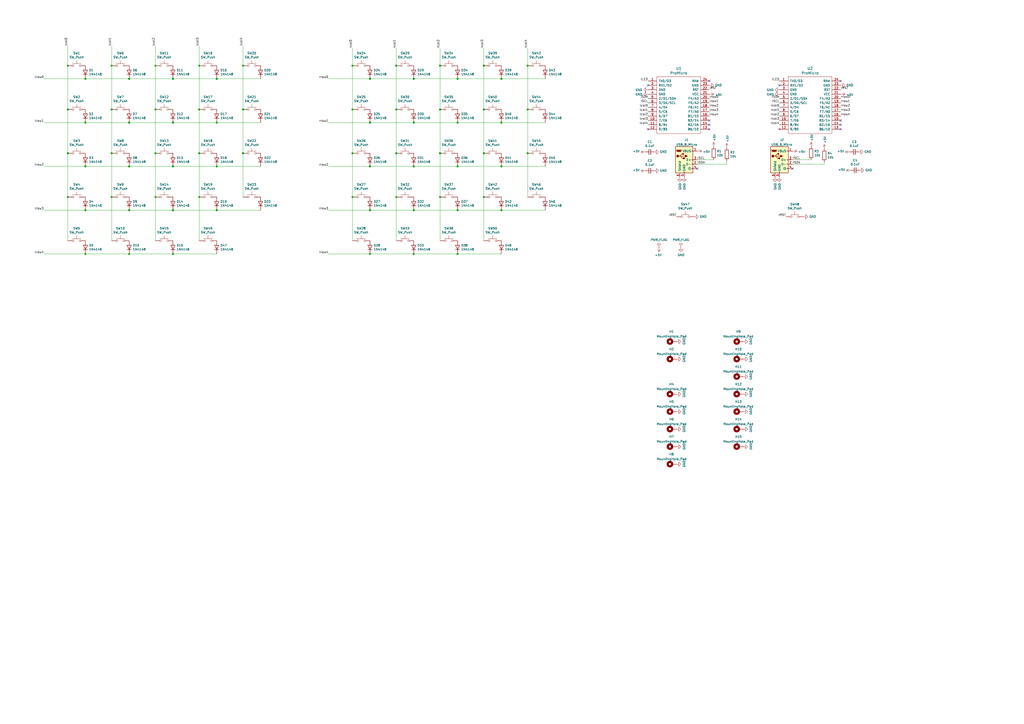
<source format=kicad_sch>
(kicad_sch (version 20210621) (generator eeschema)
  (paper "A2")
  (junction (at 39.37 38.1))
  (junction (at 39.37 63.5) (diameter 1.016))
  (junction (at 39.37 88.9) (diameter 1.016))
  (junction (at 39.37 114.3))
  (junction (at 49.53 45.72) (diameter 1.016))
  (junction (at 49.53 71.12) (diameter 1.016))
  (junction (at 49.53 96.52) (diameter 1.016))
  (junction (at 49.53 121.92) (diameter 1.016))
  (junction (at 49.53 147.32))
  (junction (at 64.77 38.1))
  (junction (at 64.77 63.5) (diameter 1.016))
  (junction (at 64.77 88.9) (diameter 1.016))
  (junction (at 64.77 114.3))
  (junction (at 74.93 45.72) (diameter 1.016))
  (junction (at 74.93 71.12) (diameter 1.016))
  (junction (at 74.93 96.52) (diameter 1.016))
  (junction (at 74.93 121.92) (diameter 1.016))
  (junction (at 74.93 147.32))
  (junction (at 90.17 38.1))
  (junction (at 90.17 63.5) (diameter 1.016))
  (junction (at 90.17 88.9) (diameter 1.016))
  (junction (at 90.17 114.3))
  (junction (at 100.33 45.72) (diameter 1.016))
  (junction (at 100.33 71.12) (diameter 1.016))
  (junction (at 100.33 96.52) (diameter 1.016))
  (junction (at 100.33 121.92) (diameter 1.016))
  (junction (at 100.33 147.32))
  (junction (at 115.57 38.1))
  (junction (at 115.57 63.5) (diameter 1.016))
  (junction (at 115.57 88.9) (diameter 1.016))
  (junction (at 115.57 114.3))
  (junction (at 125.73 45.72) (diameter 1.016))
  (junction (at 125.73 71.12) (diameter 1.016))
  (junction (at 125.73 96.52) (diameter 1.016))
  (junction (at 125.73 121.92) (diameter 1.016))
  (junction (at 140.97 38.1))
  (junction (at 140.97 63.5) (diameter 1.016))
  (junction (at 140.97 88.9) (diameter 1.016))
  (junction (at 204.47 38.1) (diameter 1.016))
  (junction (at 204.47 63.5) (diameter 1.016))
  (junction (at 204.47 88.9) (diameter 1.016))
  (junction (at 204.47 114.3))
  (junction (at 214.63 45.72) (diameter 1.016))
  (junction (at 214.63 71.12) (diameter 1.016))
  (junction (at 214.63 96.52) (diameter 1.016))
  (junction (at 214.63 121.92) (diameter 1.016))
  (junction (at 214.63 147.32))
  (junction (at 229.87 38.1) (diameter 1.016))
  (junction (at 229.87 63.5) (diameter 1.016))
  (junction (at 229.87 88.9) (diameter 1.016))
  (junction (at 229.87 114.3))
  (junction (at 240.03 45.72) (diameter 1.016))
  (junction (at 240.03 71.12) (diameter 1.016))
  (junction (at 240.03 96.52) (diameter 1.016))
  (junction (at 240.03 121.92) (diameter 1.016))
  (junction (at 240.03 147.32))
  (junction (at 255.27 38.1) (diameter 1.016))
  (junction (at 255.27 63.5) (diameter 1.016))
  (junction (at 255.27 88.9) (diameter 1.016))
  (junction (at 255.27 114.3))
  (junction (at 265.43 45.72) (diameter 1.016))
  (junction (at 265.43 71.12) (diameter 1.016))
  (junction (at 265.43 96.52) (diameter 1.016))
  (junction (at 265.43 121.92) (diameter 1.016))
  (junction (at 265.43 147.32))
  (junction (at 280.67 38.1) (diameter 1.016))
  (junction (at 280.67 63.5) (diameter 1.016))
  (junction (at 280.67 88.9) (diameter 1.016))
  (junction (at 280.67 114.3))
  (junction (at 290.83 45.72) (diameter 1.016))
  (junction (at 290.83 71.12) (diameter 1.016))
  (junction (at 290.83 96.52) (diameter 1.016))
  (junction (at 290.83 121.92) (diameter 1.016))
  (junction (at 306.07 38.1) (diameter 1.016))
  (junction (at 306.07 63.5) (diameter 1.016))
  (junction (at 306.07 88.9) (diameter 1.016))
  (no_connect (at 375.92 49.53))
  (no_connect (at 375.92 74.93))
  (no_connect (at 404.495 97.79))
  (no_connect (at 411.48 46.99))
  (no_connect (at 411.48 69.85))
  (no_connect (at 411.48 72.39))
  (no_connect (at 411.48 74.93))
  (no_connect (at 452.12 49.53))
  (no_connect (at 452.12 74.93))
  (no_connect (at 459.74 97.79))
  (no_connect (at 487.68 46.99))
  (no_connect (at 487.68 69.85))
  (no_connect (at 487.68 72.39))
  (no_connect (at 487.68 74.93))
  (wire (pts (xy 25.4 147.32) (xy 49.53 147.32)))
  (wire (pts (xy 39.37 26.67) (xy 39.37 38.1)))
  (wire (pts (xy 39.37 38.1) (xy 39.37 63.5)))
  (wire (pts (xy 39.37 63.5) (xy 39.37 88.9)))
  (wire (pts (xy 39.37 88.9) (xy 39.37 114.3)))
  (wire (pts (xy 39.37 114.3) (xy 39.37 139.7)))
  (wire (pts (xy 49.53 45.72) (xy 25.4 45.72)))
  (wire (pts (xy 49.53 45.72) (xy 74.93 45.72)))
  (wire (pts (xy 49.53 71.12) (xy 25.4 71.12)))
  (wire (pts (xy 49.53 71.12) (xy 74.93 71.12)))
  (wire (pts (xy 49.53 96.52) (xy 25.4 96.52)))
  (wire (pts (xy 49.53 96.52) (xy 74.93 96.52)))
  (wire (pts (xy 49.53 121.92) (xy 25.4 121.92)))
  (wire (pts (xy 49.53 121.92) (xy 74.93 121.92)))
  (wire (pts (xy 49.53 147.32) (xy 74.93 147.32)))
  (wire (pts (xy 64.77 26.67) (xy 64.77 38.1)))
  (wire (pts (xy 64.77 38.1) (xy 64.77 63.5)))
  (wire (pts (xy 64.77 63.5) (xy 64.77 88.9)))
  (wire (pts (xy 64.77 88.9) (xy 64.77 114.3)))
  (wire (pts (xy 64.77 114.3) (xy 64.77 139.7)))
  (wire (pts (xy 74.93 45.72) (xy 100.33 45.72)))
  (wire (pts (xy 74.93 71.12) (xy 100.33 71.12)))
  (wire (pts (xy 74.93 96.52) (xy 100.33 96.52)))
  (wire (pts (xy 74.93 121.92) (xy 100.33 121.92)))
  (wire (pts (xy 74.93 147.32) (xy 100.33 147.32)))
  (wire (pts (xy 90.17 26.67) (xy 90.17 38.1)))
  (wire (pts (xy 90.17 38.1) (xy 90.17 63.5)))
  (wire (pts (xy 90.17 63.5) (xy 90.17 88.9)))
  (wire (pts (xy 90.17 88.9) (xy 90.17 114.3)))
  (wire (pts (xy 90.17 114.3) (xy 90.17 139.7)))
  (wire (pts (xy 100.33 45.72) (xy 125.73 45.72)))
  (wire (pts (xy 100.33 71.12) (xy 125.73 71.12)))
  (wire (pts (xy 100.33 96.52) (xy 125.73 96.52)))
  (wire (pts (xy 100.33 121.92) (xy 125.73 121.92)))
  (wire (pts (xy 100.33 147.32) (xy 125.73 147.32)))
  (wire (pts (xy 115.57 26.67) (xy 115.57 38.1)))
  (wire (pts (xy 115.57 38.1) (xy 115.57 63.5)))
  (wire (pts (xy 115.57 63.5) (xy 115.57 88.9)))
  (wire (pts (xy 115.57 88.9) (xy 115.57 114.3)))
  (wire (pts (xy 115.57 114.3) (xy 115.57 139.7)))
  (wire (pts (xy 125.73 45.72) (xy 151.13 45.72)))
  (wire (pts (xy 125.73 71.12) (xy 151.13 71.12)))
  (wire (pts (xy 125.73 96.52) (xy 151.13 96.52)))
  (wire (pts (xy 125.73 121.92) (xy 151.13 121.92)))
  (wire (pts (xy 140.97 26.67) (xy 140.97 38.1)))
  (wire (pts (xy 140.97 38.1) (xy 140.97 63.5)))
  (wire (pts (xy 140.97 63.5) (xy 140.97 88.9)))
  (wire (pts (xy 140.97 88.9) (xy 140.97 114.3)))
  (wire (pts (xy 190.5 147.32) (xy 214.63 147.32)))
  (wire (pts (xy 204.47 27.94) (xy 204.47 38.1)))
  (wire (pts (xy 204.47 38.1) (xy 204.47 63.5)))
  (wire (pts (xy 204.47 63.5) (xy 204.47 88.9)))
  (wire (pts (xy 204.47 88.9) (xy 204.47 114.3)))
  (wire (pts (xy 204.47 114.3) (xy 204.47 139.7)))
  (wire (pts (xy 214.63 45.72) (xy 190.5 45.72)))
  (wire (pts (xy 214.63 45.72) (xy 240.03 45.72)))
  (wire (pts (xy 214.63 71.12) (xy 190.5 71.12)))
  (wire (pts (xy 214.63 71.12) (xy 240.03 71.12)))
  (wire (pts (xy 214.63 96.52) (xy 190.5 96.52)))
  (wire (pts (xy 214.63 96.52) (xy 240.03 96.52)))
  (wire (pts (xy 214.63 121.92) (xy 190.5 121.92)))
  (wire (pts (xy 214.63 121.92) (xy 240.03 121.92)))
  (wire (pts (xy 214.63 147.32) (xy 240.03 147.32)))
  (wire (pts (xy 229.87 27.94) (xy 229.87 38.1)))
  (wire (pts (xy 229.87 38.1) (xy 229.87 63.5)))
  (wire (pts (xy 229.87 63.5) (xy 229.87 88.9)))
  (wire (pts (xy 229.87 88.9) (xy 229.87 114.3)))
  (wire (pts (xy 229.87 114.3) (xy 229.87 139.7)))
  (wire (pts (xy 240.03 45.72) (xy 265.43 45.72)))
  (wire (pts (xy 240.03 71.12) (xy 265.43 71.12)))
  (wire (pts (xy 240.03 96.52) (xy 265.43 96.52)))
  (wire (pts (xy 240.03 121.92) (xy 265.43 121.92)))
  (wire (pts (xy 240.03 147.32) (xy 265.43 147.32)))
  (wire (pts (xy 255.27 27.94) (xy 255.27 38.1)))
  (wire (pts (xy 255.27 38.1) (xy 255.27 63.5)))
  (wire (pts (xy 255.27 63.5) (xy 255.27 88.9)))
  (wire (pts (xy 255.27 88.9) (xy 255.27 114.3)))
  (wire (pts (xy 255.27 114.3) (xy 255.27 139.7)))
  (wire (pts (xy 265.43 45.72) (xy 290.83 45.72)))
  (wire (pts (xy 265.43 71.12) (xy 290.83 71.12)))
  (wire (pts (xy 265.43 96.52) (xy 290.83 96.52)))
  (wire (pts (xy 265.43 121.92) (xy 290.83 121.92)))
  (wire (pts (xy 265.43 147.32) (xy 290.83 147.32)))
  (wire (pts (xy 280.67 27.94) (xy 280.67 38.1)))
  (wire (pts (xy 280.67 38.1) (xy 280.67 63.5)))
  (wire (pts (xy 280.67 63.5) (xy 280.67 88.9)))
  (wire (pts (xy 280.67 88.9) (xy 280.67 114.3)))
  (wire (pts (xy 280.67 114.3) (xy 280.67 139.7)))
  (wire (pts (xy 290.83 45.72) (xy 316.23 45.72)))
  (wire (pts (xy 290.83 71.12) (xy 316.23 71.12)))
  (wire (pts (xy 290.83 96.52) (xy 316.23 96.52)))
  (wire (pts (xy 290.83 121.92) (xy 316.23 121.92)))
  (wire (pts (xy 306.07 27.94) (xy 306.07 38.1)))
  (wire (pts (xy 306.07 38.1) (xy 306.07 63.5)))
  (wire (pts (xy 306.07 63.5) (xy 306.07 88.9)))
  (wire (pts (xy 306.07 88.9) (xy 306.07 114.3)))
  (wire (pts (xy 404.495 92.71) (xy 414.02 92.71)))
  (wire (pts (xy 404.495 95.25) (xy 421.64 95.25)))
  (wire (pts (xy 421.64 95.25) (xy 421.64 93.345)))
  (wire (pts (xy 459.74 92.71) (xy 470.535 92.71)))
  (wire (pts (xy 459.74 95.25) (xy 478.155 95.25)))
  (wire (pts (xy 478.155 95.25) (xy 478.155 93.98)))
  (label "lrow0" (at 25.4 45.72 180))
  (label "lrow1" (at 25.4 71.12 180))
  (label "lrow2" (at 25.4 96.52 180))
  (label "lrow3" (at 25.4 121.92 180))
  (label "lrow4" (at 25.4 147.32 180))
  (label "lcol0" (at 39.37 26.67 90))
  (label "lcol1" (at 64.77 26.67 90))
  (label "lcol2" (at 90.17 26.67 90))
  (label "lcol3" (at 115.57 26.67 90))
  (label "lcol4" (at 140.97 26.67 90))
  (label "rrow0" (at 190.5 45.72 180))
  (label "rrow1" (at 190.5 71.12 180))
  (label "rrow2" (at 190.5 96.52 180))
  (label "rrow3" (at 190.5 121.92 180))
  (label "rrow4" (at 190.5 147.32 180))
  (label "rcol0" (at 204.47 27.94 90))
  (label "rcol1" (at 229.87 27.94 90))
  (label "rcol2" (at 255.27 27.94 90))
  (label "rcol3" (at 280.67 27.94 90))
  (label "rcol4" (at 306.07 27.94 90))
  (label "lLED" (at 375.92 46.99 180))
  (label "lSDA" (at 375.92 57.15 180))
  (label "lSCL" (at 375.92 59.69 180))
  (label "lcol0" (at 375.92 62.23 180))
  (label "lcol1" (at 375.92 64.77 180))
  (label "lcol2" (at 375.92 67.31 180))
  (label "lcol3" (at 375.92 69.85 180))
  (label "lcol4" (at 375.92 72.39 180))
  (label "lRST" (at 392.43 125.73 180))
  (label "lSCL" (at 404.495 92.71 0))
  (label "lSDA" (at 404.495 95.25 0))
  (label "lRST" (at 411.48 52.07 0))
  (label "lrow0" (at 411.48 57.15 0))
  (label "lrow1" (at 411.48 59.69 0))
  (label "lrow2" (at 411.48 62.23 0))
  (label "lrow3" (at 411.48 64.77 0))
  (label "lrow4" (at 411.48 67.31 0))
  (label "rLED" (at 452.12 46.99 180))
  (label "rSDA" (at 452.12 57.15 180))
  (label "rSCL" (at 452.12 59.69 180))
  (label "rcol0" (at 452.12 62.23 180))
  (label "rcol1" (at 452.12 64.77 180))
  (label "rcol2" (at 452.12 67.31 180))
  (label "rcol3" (at 452.12 69.85 180))
  (label "rcol4" (at 452.12 72.39 180))
  (label "rRST" (at 455.93 125.73 180))
  (label "rSCL" (at 459.74 92.71 0))
  (label "rSDA" (at 459.74 95.25 0))
  (label "rRST" (at 487.68 52.07 0))
  (label "rrow0" (at 487.68 57.15 0))
  (label "rrow1" (at 487.68 59.69 0))
  (label "rrow2" (at 487.68 62.23 0))
  (label "rrow3" (at 487.68 64.77 0))
  (label "rrow4" (at 487.68 67.31 0))
  (symbol (lib_id "power:+5V") (at 374.396 88.138 90) (unit 1)
    (property "Reference" "#PWR01" (effects hide))
    (property "Value" "+5V" (at 371.1448 87.757 90) (effects (justify left)))
  )
  (symbol (lib_id "power:+5V") (at 374.396 99.06 90) (unit 1)
    (property "Reference" "#PWR03" (effects hide))
    (property "Value" "+5V" (at 371.1448 98.679 90) (effects (justify left)))
  )
  (symbol (lib_id "power:+5V") (at 382.27 143.51 180) (unit 1)
    (property "Reference" "#PWR0124" (effects hide))
    (property "Value" "+5V" (at 381.889 147.9042 0))
  )
  (symbol (lib_id "power:+5V") (at 404.495 87.63 270) (unit 1)
    (property "Reference" "#PWR0128" (effects hide))
    (property "Value" "+5V" (at 407.7462 88.011 90) (effects (justify left)))
  )
  (symbol (lib_id "power:+5V") (at 411.48 54.61 270) (unit 1)
    (property "Reference" "#PWR0130" (effects hide))
    (property "Value" "+5V" (at 414.7312 54.991 90) (effects (justify left)))
  )
  (symbol (lib_id "power:+5V") (at 414.02 85.09 0) (unit 1)
    (property "Reference" "#PWR0131" (effects hide))
    (property "Value" "+5V" (at 414.401 81.8388 90) (effects (justify left)))
  )
  (symbol (lib_id "power:+5V") (at 421.64 85.725 0) (unit 1)
    (property "Reference" "#PWR0132" (effects hide))
    (property "Value" "+5V" (at 422.021 82.4738 90) (effects (justify left)))
  )
  (symbol (lib_id "power:+5V") (at 459.74 87.63 270) (unit 1)
    (property "Reference" "#PWR0136" (effects hide))
    (property "Value" "+5V" (at 462.9912 88.011 90) (effects (justify left)))
  )
  (symbol (lib_id "power:+5V") (at 470.535 85.09 0) (unit 1)
    (property "Reference" "#PWR0138" (effects hide))
    (property "Value" "+5V" (at 470.916 81.8388 90) (effects (justify left)))
  )
  (symbol (lib_id "power:+5V") (at 478.155 86.36 0) (unit 1)
    (property "Reference" "#PWR0139" (effects hide))
    (property "Value" "+5V" (at 478.536 83.1088 90) (effects (justify left)))
  )
  (symbol (lib_id "power:+5V") (at 487.68 54.61 270) (unit 1)
    (property "Reference" "#PWR0141" (effects hide))
    (property "Value" "+5V" (at 490.9312 54.991 90) (effects (justify left)))
  )
  (symbol (lib_id "power:+5V") (at 493.014 88.138 90) (unit 1)
    (property "Reference" "#PWR05" (effects hide))
    (property "Value" "+5V" (at 489.7628 87.757 90) (effects (justify left)))
  )
  (symbol (lib_id "power:+5V") (at 493.522 98.806 90) (unit 1)
    (property "Reference" "#PWR07" (effects hide))
    (property "Value" "+5V" (at 490.2708 98.425 90) (effects (justify left)))
  )
  (symbol (lib_id "power:PWR_FLAG") (at 382.27 143.51 0) (unit 1)
    (property "Reference" "#FLG01" (effects hide))
    (property "Value" "PWR_FLAG" (at 382.27 139.1158 0))
  )
  (symbol (lib_id "power:PWR_FLAG") (at 394.97 143.51 0) (unit 1)
    (property "Reference" "#FLG02" (effects hide))
    (property "Value" "PWR_FLAG" (at 394.97 139.1158 0))
  )
  (symbol (lib_id "power:GND") (at 375.92 52.07 270) (unit 1)
    (property "Reference" "#PWR0122" (effects hide))
    (property "Value" "GND" (at 372.6688 52.197 90) (effects (justify right)))
  )
  (symbol (lib_id "power:GND") (at 375.92 54.61 270) (unit 1)
    (property "Reference" "#PWR0123" (effects hide))
    (property "Value" "GND" (at 372.6688 54.737 90) (effects (justify right)))
  )
  (symbol (lib_id "power:GND") (at 379.476 88.138 90) (unit 1)
    (property "Reference" "#PWR09" (effects hide))
    (property "Value" "GND" (at 382.7272 88.011 90) (effects (justify right)))
  )
  (symbol (lib_id "power:GND") (at 379.476 99.06 90) (unit 1)
    (property "Reference" "#PWR010" (effects hide))
    (property "Value" "GND" (at 382.7272 98.933 90) (effects (justify right)))
  )
  (symbol (lib_id "power:GND") (at 392.43 198.12 90) (unit 1)
    (property "Reference" "#PWR0161" (effects hide))
    (property "Value" "GND" (at 396.8242 197.993 0))
  )
  (symbol (lib_id "power:GND") (at 392.43 208.28 90) (unit 1)
    (property "Reference" "#PWR0170" (effects hide))
    (property "Value" "GND" (at 396.8242 208.153 0))
  )
  (symbol (lib_id "power:GND") (at 392.43 228.6 90) (unit 1)
    (property "Reference" "#PWR0167" (effects hide))
    (property "Value" "GND" (at 396.8242 228.473 0))
  )
  (symbol (lib_id "power:GND") (at 392.43 238.76 90) (unit 1)
    (property "Reference" "#PWR0168" (effects hide))
    (property "Value" "GND" (at 396.8242 238.633 0))
  )
  (symbol (lib_id "power:GND") (at 392.43 248.92 90) (unit 1)
    (property "Reference" "#PWR0169" (effects hide))
    (property "Value" "GND" (at 396.8242 248.793 0))
  )
  (symbol (lib_id "power:GND") (at 392.43 259.08 90) (unit 1)
    (property "Reference" "#PWR0173" (effects hide))
    (property "Value" "GND" (at 396.8242 258.953 0))
  )
  (symbol (lib_id "power:GND") (at 392.43 269.24 90) (unit 1)
    (property "Reference" "#PWR0172" (effects hide))
    (property "Value" "GND" (at 396.8242 269.113 0))
  )
  (symbol (lib_id "power:GND") (at 394.335 102.87 0) (unit 1)
    (property "Reference" "#PWR0159" (effects hide))
    (property "Value" "GND" (at 394.462 106.1212 90) (effects (justify right)))
  )
  (symbol (lib_id "power:GND") (at 394.97 143.51 0) (unit 1)
    (property "Reference" "#PWR0125" (effects hide))
    (property "Value" "GND" (at 395.097 147.9042 0))
  )
  (symbol (lib_id "power:GND") (at 396.875 102.87 0) (unit 1)
    (property "Reference" "#PWR0127" (effects hide))
    (property "Value" "GND" (at 397.002 106.1212 90) (effects (justify right)))
  )
  (symbol (lib_id "power:GND") (at 402.59 125.73 90) (unit 1)
    (property "Reference" "#PWR0126" (effects hide))
    (property "Value" "GND" (at 405.8412 125.603 90) (effects (justify right)))
  )
  (symbol (lib_id "power:GND") (at 411.48 49.53 90) (unit 1)
    (property "Reference" "#PWR0129" (effects hide))
    (property "Value" "GND" (at 414.7312 49.403 90) (effects (justify right)))
  )
  (symbol (lib_id "power:GND") (at 431.165 198.12 90) (unit 1)
    (property "Reference" "#PWR0163" (effects hide))
    (property "Value" "GND" (at 435.5592 197.993 0))
  )
  (symbol (lib_id "power:GND") (at 431.165 208.28 90) (unit 1)
    (property "Reference" "#PWR0162" (effects hide))
    (property "Value" "GND" (at 435.5592 208.153 0))
  )
  (symbol (lib_id "power:GND") (at 431.165 218.44 90) (unit 1)
    (property "Reference" "#PWR0164" (effects hide))
    (property "Value" "GND" (at 435.5592 218.313 0))
  )
  (symbol (lib_id "power:GND") (at 431.165 228.6 90) (unit 1)
    (property "Reference" "#PWR0165" (effects hide))
    (property "Value" "GND" (at 435.5592 228.473 0))
  )
  (symbol (lib_id "power:GND") (at 431.165 238.76 90) (unit 1)
    (property "Reference" "#PWR0166" (effects hide))
    (property "Value" "GND" (at 435.5592 238.633 0))
  )
  (symbol (lib_id "power:GND") (at 431.165 248.92 90) (unit 1)
    (property "Reference" "#PWR0175" (effects hide))
    (property "Value" "GND" (at 435.5592 248.793 0))
  )
  (symbol (lib_id "power:GND") (at 431.165 259.08 90) (unit 1)
    (property "Reference" "#PWR0174" (effects hide))
    (property "Value" "GND" (at 435.5592 258.953 0))
  )
  (symbol (lib_id "power:GND") (at 449.58 102.87 0) (unit 1)
    (property "Reference" "#PWR0160" (effects hide))
    (property "Value" "GND" (at 449.707 106.1212 90) (effects (justify right)))
  )
  (symbol (lib_id "power:GND") (at 452.12 52.07 270) (unit 1)
    (property "Reference" "#PWR0133" (effects hide))
    (property "Value" "GND" (at 448.8688 52.197 90) (effects (justify right)))
  )
  (symbol (lib_id "power:GND") (at 452.12 54.61 270) (unit 1)
    (property "Reference" "#PWR0134" (effects hide))
    (property "Value" "GND" (at 448.8688 54.737 90) (effects (justify right)))
  )
  (symbol (lib_id "power:GND") (at 452.12 102.87 0) (unit 1)
    (property "Reference" "#PWR0137" (effects hide))
    (property "Value" "GND" (at 452.247 106.1212 90) (effects (justify right)))
  )
  (symbol (lib_id "power:GND") (at 466.09 125.73 90) (unit 1)
    (property "Reference" "#PWR0135" (effects hide))
    (property "Value" "GND" (at 469.3412 125.603 90) (effects (justify right)))
  )
  (symbol (lib_id "power:GND") (at 487.68 49.53 90) (unit 1)
    (property "Reference" "#PWR0140" (effects hide))
    (property "Value" "GND" (at 490.9312 49.403 90) (effects (justify right)))
  )
  (symbol (lib_id "power:GND") (at 498.094 88.138 90) (unit 1)
    (property "Reference" "#PWR011" (effects hide))
    (property "Value" "GND" (at 501.3452 88.011 90) (effects (justify right)))
  )
  (symbol (lib_id "power:GND") (at 498.602 98.806 90) (unit 1)
    (property "Reference" "#PWR012" (effects hide))
    (property "Value" "GND" (at 501.8532 98.679 90) (effects (justify right)))
  )
  (symbol (lib_id "Device:C_Small") (at 376.936 88.138 90) (unit 1)
    (property "Reference" "C1" (at 376.936 82.3214 90))
    (property "Value" "0.1uF" (at 376.936 84.6328 90))
    (property "Footprint" "Capacitor_THT:C_Disc_D6.0mm_W2.5mm_P5.00mm" (effects hide))
  )
  (symbol (lib_id "Device:C_Small") (at 376.936 99.06 90) (unit 1)
    (property "Reference" "C2" (at 376.936 93.2434 90))
    (property "Value" "0.1uF" (at 376.936 95.5548 90))
    (property "Footprint" "Capacitor_THT:C_Disc_D6.0mm_W2.5mm_P5.00mm" (effects hide))
  )
  (symbol (lib_id "Device:C_Small") (at 495.554 88.138 90) (unit 1)
    (property "Reference" "C3" (at 495.554 82.3214 90))
    (property "Value" "0.1uF" (at 495.554 84.6328 90))
    (property "Footprint" "Capacitor_THT:C_Disc_D6.0mm_W2.5mm_P5.00mm" (effects hide))
  )
  (symbol (lib_id "Device:C_Small") (at 496.062 98.806 90) (unit 1)
    (property "Reference" "C4" (at 496.062 92.9894 90))
    (property "Value" "0.1uF" (at 496.062 95.3008 90))
    (property "Footprint" "Capacitor_THT:C_Disc_D6.0mm_W2.5mm_P5.00mm" (effects hide))
  )
  (symbol (lib_id "Device:R") (at 414.02 88.9 180) (unit 1)
    (property "Reference" "R1" (at 415.798 87.7316 0) (effects (justify right)))
    (property "Value" "10k" (at 415.798 90.043 0) (effects (justify right)))
    (property "Footprint" "Resistor_THT:R_Axial_DIN0207_L6.3mm_D2.5mm_P7.62mm_Horizontal" (effects hide))
  )
  (symbol (lib_id "Device:R") (at 421.64 89.535 180) (unit 1)
    (property "Reference" "R2" (at 423.418 88.3666 0) (effects (justify right)))
    (property "Value" "10k" (at 423.418 90.678 0) (effects (justify right)))
    (property "Footprint" "Resistor_THT:R_Axial_DIN0207_L6.3mm_D2.5mm_P7.62mm_Horizontal" (effects hide))
  )
  (symbol (lib_id "Device:R") (at 470.535 88.9 180) (unit 1)
    (property "Reference" "R3" (at 472.313 87.7316 0) (effects (justify right)))
    (property "Value" "10k" (at 472.313 90.043 0) (effects (justify right)))
    (property "Footprint" "Resistor_THT:R_Axial_DIN0207_L6.3mm_D2.5mm_P7.62mm_Horizontal" (effects hide))
  )
  (symbol (lib_id "Device:R") (at 478.155 90.17 180) (unit 1)
    (property "Reference" "R4" (at 479.933 89.0016 0) (effects (justify right)))
    (property "Value" "10k" (at 479.933 91.313 0) (effects (justify right)))
    (property "Footprint" "Resistor_THT:R_Axial_DIN0207_L6.3mm_D2.5mm_P7.62mm_Horizontal" (effects hide))
  )
  (symbol (lib_id "Diode:1N4148") (at 49.53 41.91 90) (unit 1)
    (property "Reference" "D1" (at 51.562 40.7416 90) (effects (justify right)))
    (property "Value" "1N4148" (at 51.562 43.053 90) (effects (justify right)))
    (property "Footprint" "Diode_THT:D_DO-35_SOD27_P7.62mm_Horizontal" (effects hide))
    (property "Datasheet" "https://assets.nexperia.com/documents/data-sheet/1N4148_1N4448.pdf" (effects hide))
  )
  (symbol (lib_id "Diode:1N4148") (at 49.53 67.31 90) (unit 1)
    (property "Reference" "D2" (at 51.562 66.1416 90) (effects (justify right)))
    (property "Value" "1N4148" (at 51.562 68.453 90) (effects (justify right)))
    (property "Footprint" "Diode_THT:D_DO-35_SOD27_P7.62mm_Horizontal" (effects hide))
    (property "Datasheet" "https://assets.nexperia.com/documents/data-sheet/1N4148_1N4448.pdf" (effects hide))
  )
  (symbol (lib_id "Diode:1N4148") (at 49.53 92.71 90) (unit 1)
    (property "Reference" "D3" (at 51.562 91.5416 90) (effects (justify right)))
    (property "Value" "1N4148" (at 51.562 93.853 90) (effects (justify right)))
    (property "Footprint" "Diode_THT:D_DO-35_SOD27_P7.62mm_Horizontal" (effects hide))
    (property "Datasheet" "https://assets.nexperia.com/documents/data-sheet/1N4148_1N4448.pdf" (effects hide))
  )
  (symbol (lib_id "Diode:1N4148") (at 49.53 118.11 90) (unit 1)
    (property "Reference" "D4" (at 51.562 116.9416 90) (effects (justify right)))
    (property "Value" "1N4148" (at 51.562 119.253 90) (effects (justify right)))
    (property "Footprint" "Diode_THT:D_DO-35_SOD27_P7.62mm_Horizontal" (effects hide))
    (property "Datasheet" "https://assets.nexperia.com/documents/data-sheet/1N4148_1N4448.pdf" (effects hide))
  )
  (symbol (lib_id "Diode:1N4148") (at 49.53 143.51 90) (unit 1)
    (property "Reference" "D5" (at 51.562 142.3416 90) (effects (justify right)))
    (property "Value" "1N4148" (at 51.562 144.653 90) (effects (justify right)))
    (property "Footprint" "Diode_THT:D_DO-35_SOD27_P7.62mm_Horizontal" (effects hide))
    (property "Datasheet" "https://assets.nexperia.com/documents/data-sheet/1N4148_1N4448.pdf" (effects hide))
  )
  (symbol (lib_id "Diode:1N4148") (at 74.93 41.91 90) (unit 1)
    (property "Reference" "D6" (at 76.962 40.7416 90) (effects (justify right)))
    (property "Value" "1N4148" (at 76.962 43.053 90) (effects (justify right)))
    (property "Footprint" "Diode_THT:D_DO-35_SOD27_P7.62mm_Horizontal" (effects hide))
    (property "Datasheet" "https://assets.nexperia.com/documents/data-sheet/1N4148_1N4448.pdf" (effects hide))
  )
  (symbol (lib_id "Diode:1N4148") (at 74.93 67.31 90) (unit 1)
    (property "Reference" "D7" (at 76.962 66.1416 90) (effects (justify right)))
    (property "Value" "1N4148" (at 76.962 68.453 90) (effects (justify right)))
    (property "Footprint" "Diode_THT:D_DO-35_SOD27_P7.62mm_Horizontal" (effects hide))
    (property "Datasheet" "https://assets.nexperia.com/documents/data-sheet/1N4148_1N4448.pdf" (effects hide))
  )
  (symbol (lib_id "Diode:1N4148") (at 74.93 92.71 90) (unit 1)
    (property "Reference" "D8" (at 76.962 91.5416 90) (effects (justify right)))
    (property "Value" "1N4148" (at 76.962 93.853 90) (effects (justify right)))
    (property "Footprint" "Diode_THT:D_DO-35_SOD27_P7.62mm_Horizontal" (effects hide))
    (property "Datasheet" "https://assets.nexperia.com/documents/data-sheet/1N4148_1N4448.pdf" (effects hide))
  )
  (symbol (lib_id "Diode:1N4148") (at 74.93 118.11 90) (unit 1)
    (property "Reference" "D9" (at 76.962 116.9416 90) (effects (justify right)))
    (property "Value" "1N4148" (at 76.962 119.253 90) (effects (justify right)))
    (property "Footprint" "Diode_THT:D_DO-35_SOD27_P7.62mm_Horizontal" (effects hide))
    (property "Datasheet" "https://assets.nexperia.com/documents/data-sheet/1N4148_1N4448.pdf" (effects hide))
  )
  (symbol (lib_id "Diode:1N4148") (at 74.93 143.51 90) (unit 1)
    (property "Reference" "D10" (at 76.962 142.3416 90) (effects (justify right)))
    (property "Value" "1N4148" (at 76.962 144.653 90) (effects (justify right)))
    (property "Footprint" "Diode_THT:D_DO-35_SOD27_P7.62mm_Horizontal" (effects hide))
    (property "Datasheet" "https://assets.nexperia.com/documents/data-sheet/1N4148_1N4448.pdf" (effects hide))
  )
  (symbol (lib_id "Diode:1N4148") (at 100.33 41.91 90) (unit 1)
    (property "Reference" "D11" (at 102.362 40.7416 90) (effects (justify right)))
    (property "Value" "1N4148" (at 102.362 43.053 90) (effects (justify right)))
    (property "Footprint" "Diode_THT:D_DO-35_SOD27_P7.62mm_Horizontal" (effects hide))
    (property "Datasheet" "https://assets.nexperia.com/documents/data-sheet/1N4148_1N4448.pdf" (effects hide))
  )
  (symbol (lib_id "Diode:1N4148") (at 100.33 67.31 90) (unit 1)
    (property "Reference" "D12" (at 102.362 66.1416 90) (effects (justify right)))
    (property "Value" "1N4148" (at 102.362 68.453 90) (effects (justify right)))
    (property "Footprint" "Diode_THT:D_DO-35_SOD27_P7.62mm_Horizontal" (effects hide))
    (property "Datasheet" "https://assets.nexperia.com/documents/data-sheet/1N4148_1N4448.pdf" (effects hide))
  )
  (symbol (lib_id "Diode:1N4148") (at 100.33 92.71 90) (unit 1)
    (property "Reference" "D13" (at 102.362 91.5416 90) (effects (justify right)))
    (property "Value" "1N4148" (at 102.362 93.853 90) (effects (justify right)))
    (property "Footprint" "Diode_THT:D_DO-35_SOD27_P7.62mm_Horizontal" (effects hide))
    (property "Datasheet" "https://assets.nexperia.com/documents/data-sheet/1N4148_1N4448.pdf" (effects hide))
  )
  (symbol (lib_id "Diode:1N4148") (at 100.33 118.11 90) (unit 1)
    (property "Reference" "D14" (at 102.362 116.9416 90) (effects (justify right)))
    (property "Value" "1N4148" (at 102.362 119.253 90) (effects (justify right)))
    (property "Footprint" "Diode_THT:D_DO-35_SOD27_P7.62mm_Horizontal" (effects hide))
    (property "Datasheet" "https://assets.nexperia.com/documents/data-sheet/1N4148_1N4448.pdf" (effects hide))
  )
  (symbol (lib_id "Diode:1N4148") (at 100.33 143.51 90) (unit 1)
    (property "Reference" "D15" (at 102.362 142.3416 90) (effects (justify right)))
    (property "Value" "1N4148" (at 102.362 144.653 90) (effects (justify right)))
    (property "Footprint" "Diode_THT:D_DO-35_SOD27_P7.62mm_Horizontal" (effects hide))
    (property "Datasheet" "https://assets.nexperia.com/documents/data-sheet/1N4148_1N4448.pdf" (effects hide))
  )
  (symbol (lib_id "Diode:1N4148") (at 125.73 41.91 90) (unit 1)
    (property "Reference" "D16" (at 127.762 40.7416 90) (effects (justify right)))
    (property "Value" "1N4148" (at 127.762 43.053 90) (effects (justify right)))
    (property "Footprint" "Diode_THT:D_DO-35_SOD27_P7.62mm_Horizontal" (effects hide))
    (property "Datasheet" "https://assets.nexperia.com/documents/data-sheet/1N4148_1N4448.pdf" (effects hide))
  )
  (symbol (lib_id "Diode:1N4148") (at 125.73 67.31 90) (unit 1)
    (property "Reference" "D17" (at 127.762 66.1416 90) (effects (justify right)))
    (property "Value" "1N4148" (at 127.762 68.453 90) (effects (justify right)))
    (property "Footprint" "Diode_THT:D_DO-35_SOD27_P7.62mm_Horizontal" (effects hide))
    (property "Datasheet" "https://assets.nexperia.com/documents/data-sheet/1N4148_1N4448.pdf" (effects hide))
  )
  (symbol (lib_id "Diode:1N4148") (at 125.73 92.71 90) (unit 1)
    (property "Reference" "D18" (at 127.762 91.5416 90) (effects (justify right)))
    (property "Value" "1N4148" (at 127.762 93.853 90) (effects (justify right)))
    (property "Footprint" "Diode_THT:D_DO-35_SOD27_P7.62mm_Horizontal" (effects hide))
    (property "Datasheet" "https://assets.nexperia.com/documents/data-sheet/1N4148_1N4448.pdf" (effects hide))
  )
  (symbol (lib_id "Diode:1N4148") (at 125.73 118.11 90) (unit 1)
    (property "Reference" "D19" (at 127.762 116.9416 90) (effects (justify right)))
    (property "Value" "1N4148" (at 127.762 119.253 90) (effects (justify right)))
    (property "Footprint" "Diode_THT:D_DO-35_SOD27_P7.62mm_Horizontal" (effects hide))
    (property "Datasheet" "https://assets.nexperia.com/documents/data-sheet/1N4148_1N4448.pdf" (effects hide))
  )
  (symbol (lib_id "Diode:1N4148") (at 125.73 143.51 90) (unit 1)
    (property "Reference" "D47" (at 127.762 142.3416 90) (effects (justify right)))
    (property "Value" "1N4148" (at 127.762 144.653 90) (effects (justify right)))
    (property "Footprint" "Diode_THT:D_DO-35_SOD27_P7.62mm_Horizontal" (effects hide))
    (property "Datasheet" "https://assets.nexperia.com/documents/data-sheet/1N4148_1N4448.pdf" (effects hide))
  )
  (symbol (lib_id "Diode:1N4148") (at 151.13 41.91 90) (unit 1)
    (property "Reference" "D20" (at 153.162 40.7416 90) (effects (justify right)))
    (property "Value" "1N4148" (at 153.162 43.053 90) (effects (justify right)))
    (property "Footprint" "Diode_THT:D_DO-35_SOD27_P7.62mm_Horizontal" (effects hide))
    (property "Datasheet" "https://assets.nexperia.com/documents/data-sheet/1N4148_1N4448.pdf" (effects hide))
  )
  (symbol (lib_id "Diode:1N4148") (at 151.13 67.31 90) (unit 1)
    (property "Reference" "D21" (at 153.162 66.1416 90) (effects (justify right)))
    (property "Value" "1N4148" (at 153.162 68.453 90) (effects (justify right)))
    (property "Footprint" "Diode_THT:D_DO-35_SOD27_P7.62mm_Horizontal" (effects hide))
    (property "Datasheet" "https://assets.nexperia.com/documents/data-sheet/1N4148_1N4448.pdf" (effects hide))
  )
  (symbol (lib_id "Diode:1N4148") (at 151.13 92.71 90) (unit 1)
    (property "Reference" "D22" (at 153.162 91.5416 90) (effects (justify right)))
    (property "Value" "1N4148" (at 153.162 93.853 90) (effects (justify right)))
    (property "Footprint" "Diode_THT:D_DO-35_SOD27_P7.62mm_Horizontal" (effects hide))
    (property "Datasheet" "https://assets.nexperia.com/documents/data-sheet/1N4148_1N4448.pdf" (effects hide))
  )
  (symbol (lib_id "Diode:1N4148") (at 151.13 118.11 90) (unit 1)
    (property "Reference" "D23" (at 153.162 116.9416 90) (effects (justify right)))
    (property "Value" "1N4148" (at 153.162 119.253 90) (effects (justify right)))
    (property "Footprint" "Diode_THT:D_DO-35_SOD27_P7.62mm_Horizontal" (effects hide))
    (property "Datasheet" "https://assets.nexperia.com/documents/data-sheet/1N4148_1N4448.pdf" (effects hide))
  )
  (symbol (lib_id "Diode:1N4148") (at 214.63 41.91 90) (unit 1)
    (property "Reference" "D24" (at 216.662 40.7416 90) (effects (justify right)))
    (property "Value" "1N4148" (at 216.662 43.053 90) (effects (justify right)))
    (property "Footprint" "Diode_THT:D_DO-35_SOD27_P7.62mm_Horizontal" (effects hide))
    (property "Datasheet" "https://assets.nexperia.com/documents/data-sheet/1N4148_1N4448.pdf" (effects hide))
  )
  (symbol (lib_id "Diode:1N4148") (at 214.63 67.31 90) (unit 1)
    (property "Reference" "D25" (at 216.662 66.1416 90) (effects (justify right)))
    (property "Value" "1N4148" (at 216.662 68.453 90) (effects (justify right)))
    (property "Footprint" "Diode_THT:D_DO-35_SOD27_P7.62mm_Horizontal" (effects hide))
    (property "Datasheet" "https://assets.nexperia.com/documents/data-sheet/1N4148_1N4448.pdf" (effects hide))
  )
  (symbol (lib_id "Diode:1N4148") (at 214.63 92.71 90) (unit 1)
    (property "Reference" "D26" (at 216.662 91.5416 90) (effects (justify right)))
    (property "Value" "1N4148" (at 216.662 93.853 90) (effects (justify right)))
    (property "Footprint" "Diode_THT:D_DO-35_SOD27_P7.62mm_Horizontal" (effects hide))
    (property "Datasheet" "https://assets.nexperia.com/documents/data-sheet/1N4148_1N4448.pdf" (effects hide))
  )
  (symbol (lib_id "Diode:1N4148") (at 214.63 118.11 90) (unit 1)
    (property "Reference" "D27" (at 216.662 116.9416 90) (effects (justify right)))
    (property "Value" "1N4148" (at 216.662 119.253 90) (effects (justify right)))
    (property "Footprint" "Diode_THT:D_DO-35_SOD27_P7.62mm_Horizontal" (effects hide))
    (property "Datasheet" "https://assets.nexperia.com/documents/data-sheet/1N4148_1N4448.pdf" (effects hide))
  )
  (symbol (lib_id "Diode:1N4148") (at 214.63 143.51 90) (unit 1)
    (property "Reference" "D28" (at 216.662 142.3416 90) (effects (justify right)))
    (property "Value" "1N4148" (at 216.662 144.653 90) (effects (justify right)))
    (property "Footprint" "Diode_THT:D_DO-35_SOD27_P7.62mm_Horizontal" (effects hide))
    (property "Datasheet" "https://assets.nexperia.com/documents/data-sheet/1N4148_1N4448.pdf" (effects hide))
  )
  (symbol (lib_id "Diode:1N4148") (at 240.03 41.91 90) (unit 1)
    (property "Reference" "D29" (at 242.062 40.7416 90) (effects (justify right)))
    (property "Value" "1N4148" (at 242.062 43.053 90) (effects (justify right)))
    (property "Footprint" "Diode_THT:D_DO-35_SOD27_P7.62mm_Horizontal" (effects hide))
    (property "Datasheet" "https://assets.nexperia.com/documents/data-sheet/1N4148_1N4448.pdf" (effects hide))
  )
  (symbol (lib_id "Diode:1N4148") (at 240.03 67.31 90) (unit 1)
    (property "Reference" "D30" (at 242.062 66.1416 90) (effects (justify right)))
    (property "Value" "1N4148" (at 242.062 68.453 90) (effects (justify right)))
    (property "Footprint" "Diode_THT:D_DO-35_SOD27_P7.62mm_Horizontal" (effects hide))
    (property "Datasheet" "https://assets.nexperia.com/documents/data-sheet/1N4148_1N4448.pdf" (effects hide))
  )
  (symbol (lib_id "Diode:1N4148") (at 240.03 92.71 90) (unit 1)
    (property "Reference" "D31" (at 242.062 91.5416 90) (effects (justify right)))
    (property "Value" "1N4148" (at 242.062 93.853 90) (effects (justify right)))
    (property "Footprint" "Diode_THT:D_DO-35_SOD27_P7.62mm_Horizontal" (effects hide))
    (property "Datasheet" "https://assets.nexperia.com/documents/data-sheet/1N4148_1N4448.pdf" (effects hide))
  )
  (symbol (lib_id "Diode:1N4148") (at 240.03 118.11 90) (unit 1)
    (property "Reference" "D32" (at 242.062 116.9416 90) (effects (justify right)))
    (property "Value" "1N4148" (at 242.062 119.253 90) (effects (justify right)))
    (property "Footprint" "Diode_THT:D_DO-35_SOD27_P7.62mm_Horizontal" (effects hide))
    (property "Datasheet" "https://assets.nexperia.com/documents/data-sheet/1N4148_1N4448.pdf" (effects hide))
  )
  (symbol (lib_id "Diode:1N4148") (at 240.03 143.51 90) (unit 1)
    (property "Reference" "D33" (at 242.062 142.3416 90) (effects (justify right)))
    (property "Value" "1N4148" (at 242.062 144.653 90) (effects (justify right)))
    (property "Footprint" "Diode_THT:D_DO-35_SOD27_P7.62mm_Horizontal" (effects hide))
    (property "Datasheet" "https://assets.nexperia.com/documents/data-sheet/1N4148_1N4448.pdf" (effects hide))
  )
  (symbol (lib_id "Diode:1N4148") (at 265.43 41.91 90) (unit 1)
    (property "Reference" "D34" (at 267.462 40.7416 90) (effects (justify right)))
    (property "Value" "1N4148" (at 267.462 43.053 90) (effects (justify right)))
    (property "Footprint" "Diode_THT:D_DO-35_SOD27_P7.62mm_Horizontal" (effects hide))
    (property "Datasheet" "https://assets.nexperia.com/documents/data-sheet/1N4148_1N4448.pdf" (effects hide))
  )
  (symbol (lib_id "Diode:1N4148") (at 265.43 67.31 90) (unit 1)
    (property "Reference" "D35" (at 267.462 66.1416 90) (effects (justify right)))
    (property "Value" "1N4148" (at 267.462 68.453 90) (effects (justify right)))
    (property "Footprint" "Diode_THT:D_DO-35_SOD27_P7.62mm_Horizontal" (effects hide))
    (property "Datasheet" "https://assets.nexperia.com/documents/data-sheet/1N4148_1N4448.pdf" (effects hide))
  )
  (symbol (lib_id "Diode:1N4148") (at 265.43 92.71 90) (unit 1)
    (property "Reference" "D36" (at 267.462 91.5416 90) (effects (justify right)))
    (property "Value" "1N4148" (at 267.462 93.853 90) (effects (justify right)))
    (property "Footprint" "Diode_THT:D_DO-35_SOD27_P7.62mm_Horizontal" (effects hide))
    (property "Datasheet" "https://assets.nexperia.com/documents/data-sheet/1N4148_1N4448.pdf" (effects hide))
  )
  (symbol (lib_id "Diode:1N4148") (at 265.43 118.11 90) (unit 1)
    (property "Reference" "D37" (at 267.462 116.9416 90) (effects (justify right)))
    (property "Value" "1N4148" (at 267.462 119.253 90) (effects (justify right)))
    (property "Footprint" "Diode_THT:D_DO-35_SOD27_P7.62mm_Horizontal" (effects hide))
    (property "Datasheet" "https://assets.nexperia.com/documents/data-sheet/1N4148_1N4448.pdf" (effects hide))
  )
  (symbol (lib_id "Diode:1N4148") (at 265.43 143.51 90) (unit 1)
    (property "Reference" "D38" (at 267.462 142.3416 90) (effects (justify right)))
    (property "Value" "1N4148" (at 267.462 144.653 90) (effects (justify right)))
    (property "Footprint" "Diode_THT:D_DO-35_SOD27_P7.62mm_Horizontal" (effects hide))
    (property "Datasheet" "https://assets.nexperia.com/documents/data-sheet/1N4148_1N4448.pdf" (effects hide))
  )
  (symbol (lib_id "Diode:1N4148") (at 290.83 41.91 90) (unit 1)
    (property "Reference" "D39" (at 292.862 40.7416 90) (effects (justify right)))
    (property "Value" "1N4148" (at 292.862 43.053 90) (effects (justify right)))
    (property "Footprint" "Diode_THT:D_DO-35_SOD27_P7.62mm_Horizontal" (effects hide))
    (property "Datasheet" "https://assets.nexperia.com/documents/data-sheet/1N4148_1N4448.pdf" (effects hide))
  )
  (symbol (lib_id "Diode:1N4148") (at 290.83 67.31 90) (unit 1)
    (property "Reference" "D40" (at 292.862 66.1416 90) (effects (justify right)))
    (property "Value" "1N4148" (at 292.862 68.453 90) (effects (justify right)))
    (property "Footprint" "Diode_THT:D_DO-35_SOD27_P7.62mm_Horizontal" (effects hide))
    (property "Datasheet" "https://assets.nexperia.com/documents/data-sheet/1N4148_1N4448.pdf" (effects hide))
  )
  (symbol (lib_id "Diode:1N4148") (at 290.83 92.71 90) (unit 1)
    (property "Reference" "D41" (at 292.862 91.5416 90) (effects (justify right)))
    (property "Value" "1N4148" (at 292.862 93.853 90) (effects (justify right)))
    (property "Footprint" "Diode_THT:D_DO-35_SOD27_P7.62mm_Horizontal" (effects hide))
    (property "Datasheet" "https://assets.nexperia.com/documents/data-sheet/1N4148_1N4448.pdf" (effects hide))
  )
  (symbol (lib_id "Diode:1N4148") (at 290.83 118.11 90) (unit 1)
    (property "Reference" "D42" (at 292.862 116.9416 90) (effects (justify right)))
    (property "Value" "1N4148" (at 292.862 119.253 90) (effects (justify right)))
    (property "Footprint" "Diode_THT:D_DO-35_SOD27_P7.62mm_Horizontal" (effects hide))
    (property "Datasheet" "https://assets.nexperia.com/documents/data-sheet/1N4148_1N4448.pdf" (effects hide))
  )
  (symbol (lib_id "Diode:1N4148") (at 290.83 143.51 90) (unit 1)
    (property "Reference" "D48" (at 292.862 142.3416 90) (effects (justify right)))
    (property "Value" "1N4148" (at 292.862 144.653 90) (effects (justify right)))
    (property "Footprint" "Diode_THT:D_DO-35_SOD27_P7.62mm_Horizontal" (effects hide))
    (property "Datasheet" "https://assets.nexperia.com/documents/data-sheet/1N4148_1N4448.pdf" (effects hide))
  )
  (symbol (lib_id "Diode:1N4148") (at 316.23 41.91 90) (unit 1)
    (property "Reference" "D43" (at 318.262 40.7416 90) (effects (justify right)))
    (property "Value" "1N4148" (at 318.262 43.053 90) (effects (justify right)))
    (property "Footprint" "Diode_THT:D_DO-35_SOD27_P7.62mm_Horizontal" (effects hide))
    (property "Datasheet" "https://assets.nexperia.com/documents/data-sheet/1N4148_1N4448.pdf" (effects hide))
  )
  (symbol (lib_id "Diode:1N4148") (at 316.23 67.31 90) (unit 1)
    (property "Reference" "D44" (at 318.262 66.1416 90) (effects (justify right)))
    (property "Value" "1N4148" (at 318.262 68.453 90) (effects (justify right)))
    (property "Footprint" "Diode_THT:D_DO-35_SOD27_P7.62mm_Horizontal" (effects hide))
    (property "Datasheet" "https://assets.nexperia.com/documents/data-sheet/1N4148_1N4448.pdf" (effects hide))
  )
  (symbol (lib_id "Diode:1N4148") (at 316.23 92.71 90) (unit 1)
    (property "Reference" "D45" (at 318.262 91.5416 90) (effects (justify right)))
    (property "Value" "1N4148" (at 318.262 93.853 90) (effects (justify right)))
    (property "Footprint" "Diode_THT:D_DO-35_SOD27_P7.62mm_Horizontal" (effects hide))
    (property "Datasheet" "https://assets.nexperia.com/documents/data-sheet/1N4148_1N4448.pdf" (effects hide))
  )
  (symbol (lib_id "Diode:1N4148") (at 316.23 118.11 90) (unit 1)
    (property "Reference" "D46" (at 318.262 116.9416 90) (effects (justify right)))
    (property "Value" "1N4148" (at 318.262 119.253 90) (effects (justify right)))
    (property "Footprint" "Diode_THT:D_DO-35_SOD27_P7.62mm_Horizontal" (effects hide))
    (property "Datasheet" "https://assets.nexperia.com/documents/data-sheet/1N4148_1N4448.pdf" (effects hide))
  )
  (symbol (lib_id "Mechanical:MountingHole_Pad") (at 389.89 198.12 90) (unit 1)
    (property "Reference" "H1" (at 389.5725 192.3754 90))
    (property "Value" "MountingHole_Pad" (at 389.5725 195.1505 90))
    (property "Footprint" "MountingHole:MountingHole_3.2mm_M3_ISO7380_Pad" (effects hide))
  )
  (symbol (lib_id "Mechanical:MountingHole_Pad") (at 389.89 208.28 90) (unit 1)
    (property "Reference" "H2" (at 389.5725 202.5354 90))
    (property "Value" "MountingHole_Pad" (at 389.5725 205.3105 90))
    (property "Footprint" "MountingHole:MountingHole_3.2mm_M3_ISO7380_Pad" (effects hide))
  )
  (symbol (lib_id "Mechanical:MountingHole_Pad") (at 389.89 228.6 90) (unit 1)
    (property "Reference" "H4" (at 389.5725 222.8554 90))
    (property "Value" "MountingHole_Pad" (at 389.5725 225.6305 90))
    (property "Footprint" "MountingHole:MountingHole_3.2mm_M3_ISO7380_Pad" (effects hide))
  )
  (symbol (lib_id "Mechanical:MountingHole_Pad") (at 389.89 238.76 90) (unit 1)
    (property "Reference" "H5" (at 389.5725 233.0154 90))
    (property "Value" "MountingHole_Pad" (at 389.5725 235.7905 90))
    (property "Footprint" "MountingHole:MountingHole_3.2mm_M3_ISO7380_Pad" (effects hide))
  )
  (symbol (lib_id "Mechanical:MountingHole_Pad") (at 389.89 248.92 90) (unit 1)
    (property "Reference" "H6" (at 389.5725 243.1754 90))
    (property "Value" "MountingHole_Pad" (at 389.5725 245.9505 90))
    (property "Footprint" "MountingHole:MountingHole_3.2mm_M3_ISO7380_Pad" (effects hide))
  )
  (symbol (lib_id "Mechanical:MountingHole_Pad") (at 389.89 259.08 90) (unit 1)
    (property "Reference" "H7" (at 389.5725 253.3354 90))
    (property "Value" "MountingHole_Pad" (at 389.5725 256.1105 90))
    (property "Footprint" "MountingHole:MountingHole_3.2mm_M3_ISO7380_Pad" (effects hide))
  )
  (symbol (lib_id "Mechanical:MountingHole_Pad") (at 389.89 269.24 90) (unit 1)
    (property "Reference" "H8" (at 389.5725 263.4954 90))
    (property "Value" "MountingHole_Pad" (at 389.5725 266.2705 90))
    (property "Footprint" "MountingHole:MountingHole_3.2mm_M3_ISO7380_Pad" (effects hide))
  )
  (symbol (lib_id "Mechanical:MountingHole_Pad") (at 428.625 198.12 90) (unit 1)
    (property "Reference" "H9" (at 428.3075 192.3754 90))
    (property "Value" "MountingHole_Pad" (at 428.3075 195.1505 90))
    (property "Footprint" "MountingHole:MountingHole_3.2mm_M3_ISO7380_Pad" (effects hide))
  )
  (symbol (lib_id "Mechanical:MountingHole_Pad") (at 428.625 208.28 90) (unit 1)
    (property "Reference" "H10" (at 428.3075 202.5354 90))
    (property "Value" "MountingHole_Pad" (at 428.3075 205.3105 90))
    (property "Footprint" "MountingHole:MountingHole_3.2mm_M3_ISO7380_Pad" (effects hide))
  )
  (symbol (lib_id "Mechanical:MountingHole_Pad") (at 428.625 218.44 90) (unit 1)
    (property "Reference" "H11" (at 428.3075 212.6954 90))
    (property "Value" "MountingHole_Pad" (at 428.3075 215.4705 90))
    (property "Footprint" "MountingHole:MountingHole_3.2mm_M3_ISO7380_Pad" (effects hide))
  )
  (symbol (lib_id "Mechanical:MountingHole_Pad") (at 428.625 228.6 90) (unit 1)
    (property "Reference" "H12" (at 428.3075 222.8554 90))
    (property "Value" "MountingHole_Pad" (at 428.3075 225.6305 90))
    (property "Footprint" "MountingHole:MountingHole_3.2mm_M3_ISO7380_Pad" (effects hide))
  )
  (symbol (lib_id "Mechanical:MountingHole_Pad") (at 428.625 238.76 90) (unit 1)
    (property "Reference" "H13" (at 428.3075 233.0154 90))
    (property "Value" "MountingHole_Pad" (at 428.3075 235.7905 90))
    (property "Footprint" "MountingHole:MountingHole_3.2mm_M3_ISO7380_Pad" (effects hide))
  )
  (symbol (lib_id "Mechanical:MountingHole_Pad") (at 428.625 248.92 90) (unit 1)
    (property "Reference" "H14" (at 428.3075 243.1754 90))
    (property "Value" "MountingHole_Pad" (at 428.3075 245.9505 90))
    (property "Footprint" "MountingHole:MountingHole_3.2mm_M3_ISO7380_Pad" (effects hide))
  )
  (symbol (lib_id "Mechanical:MountingHole_Pad") (at 428.625 259.08 90) (unit 1)
    (property "Reference" "H15" (at 428.3075 253.3354 90))
    (property "Value" "MountingHole_Pad" (at 428.3075 256.1105 90))
    (property "Footprint" "MountingHole:MountingHole_3.2mm_M3_ISO7380_Pad" (effects hide))
  )
  (symbol (lib_id "Switch:SW_Push") (at 44.45 38.1 0) (unit 1)
    (property "Reference" "SW1" (at 44.45 30.861 0))
    (property "Value" "SW_Push" (at 44.45 33.1724 0))
    (property "Footprint" "kbd:ChocV1_Hotswap" (effects hide))
  )
  (symbol (lib_id "Switch:SW_Push") (at 44.45 63.5 0) (unit 1)
    (property "Reference" "SW2" (at 44.45 56.261 0))
    (property "Value" "SW_Push" (at 44.45 58.5724 0))
    (property "Footprint" "kbd:ChocV1_Hotswap" (effects hide))
  )
  (symbol (lib_id "Switch:SW_Push") (at 44.45 88.9 0) (unit 1)
    (property "Reference" "SW3" (at 44.45 81.661 0))
    (property "Value" "SW_Push" (at 44.45 83.9724 0))
    (property "Footprint" "kbd:ChocV1_Hotswap" (effects hide))
  )
  (symbol (lib_id "Switch:SW_Push") (at 44.45 114.3 0) (unit 1)
    (property "Reference" "SW4" (at 44.45 107.061 0))
    (property "Value" "SW_Push" (at 44.45 109.3724 0))
    (property "Footprint" "kbd:ChocV1_Hotswap" (effects hide))
  )
  (symbol (lib_id "Switch:SW_Push") (at 44.45 139.7 0) (unit 1)
    (property "Reference" "SW5" (at 44.45 132.461 0))
    (property "Value" "SW_Push" (at 44.45 134.7724 0))
    (property "Footprint" "kbd:ChocV1_Hotswap" (effects hide))
  )
  (symbol (lib_id "Switch:SW_Push") (at 69.85 38.1 0) (unit 1)
    (property "Reference" "SW6" (at 69.85 30.861 0))
    (property "Value" "SW_Push" (at 69.85 33.1724 0))
    (property "Footprint" "kbd:ChocV1_Hotswap" (effects hide))
  )
  (symbol (lib_id "Switch:SW_Push") (at 69.85 63.5 0) (unit 1)
    (property "Reference" "SW7" (at 69.85 56.261 0))
    (property "Value" "SW_Push" (at 69.85 58.5724 0))
    (property "Footprint" "kbd:ChocV1_Hotswap" (effects hide))
  )
  (symbol (lib_id "Switch:SW_Push") (at 69.85 88.9 0) (unit 1)
    (property "Reference" "SW8" (at 69.85 81.661 0))
    (property "Value" "SW_Push" (at 69.85 83.9724 0))
    (property "Footprint" "kbd:ChocV1_Hotswap" (effects hide))
  )
  (symbol (lib_id "Switch:SW_Push") (at 69.85 114.3 0) (unit 1)
    (property "Reference" "SW9" (at 69.85 107.061 0))
    (property "Value" "SW_Push" (at 69.85 109.3724 0))
    (property "Footprint" "kbd:ChocV1_Hotswap" (effects hide))
  )
  (symbol (lib_id "Switch:SW_Push") (at 69.85 139.7 0) (unit 1)
    (property "Reference" "SW10" (at 69.85 132.461 0))
    (property "Value" "SW_Push" (at 69.85 134.7724 0))
    (property "Footprint" "kbd:ChocV1_Hotswap" (effects hide))
  )
  (symbol (lib_id "Switch:SW_Push") (at 95.25 38.1 0) (unit 1)
    (property "Reference" "SW11" (at 95.25 30.861 0))
    (property "Value" "SW_Push" (at 95.25 33.1724 0))
    (property "Footprint" "kbd:ChocV1_Hotswap" (effects hide))
  )
  (symbol (lib_id "Switch:SW_Push") (at 95.25 63.5 0) (unit 1)
    (property "Reference" "SW12" (at 95.25 56.261 0))
    (property "Value" "SW_Push" (at 95.25 58.5724 0))
    (property "Footprint" "kbd:ChocV1_Hotswap" (effects hide))
  )
  (symbol (lib_id "Switch:SW_Push") (at 95.25 88.9 0) (unit 1)
    (property "Reference" "SW13" (at 95.25 81.661 0))
    (property "Value" "SW_Push" (at 95.25 83.9724 0))
    (property "Footprint" "kbd:ChocV1_Hotswap" (effects hide))
  )
  (symbol (lib_id "Switch:SW_Push") (at 95.25 114.3 0) (unit 1)
    (property "Reference" "SW14" (at 95.25 107.061 0))
    (property "Value" "SW_Push" (at 95.25 109.3724 0))
    (property "Footprint" "kbd:ChocV1_Hotswap" (effects hide))
  )
  (symbol (lib_id "Switch:SW_Push") (at 95.25 139.7 0) (unit 1)
    (property "Reference" "SW15" (at 95.25 132.461 0))
    (property "Value" "SW_Push" (at 95.25 134.7724 0))
    (property "Footprint" "kbd:ChocV1_Hotswap" (effects hide))
  )
  (symbol (lib_id "Switch:SW_Push") (at 120.65 38.1 0) (unit 1)
    (property "Reference" "SW16" (at 120.65 30.861 0))
    (property "Value" "SW_Push" (at 120.65 33.1724 0))
    (property "Footprint" "kbd:ChocV1_Hotswap" (effects hide))
  )
  (symbol (lib_id "Switch:SW_Push") (at 120.65 63.5 0) (unit 1)
    (property "Reference" "SW17" (at 120.65 56.261 0))
    (property "Value" "SW_Push" (at 120.65 58.5724 0))
    (property "Footprint" "kbd:ChocV1_Hotswap" (effects hide))
  )
  (symbol (lib_id "Switch:SW_Push") (at 120.65 88.9 0) (unit 1)
    (property "Reference" "SW18" (at 120.65 81.661 0))
    (property "Value" "SW_Push" (at 120.65 83.9724 0))
    (property "Footprint" "kbd:ChocV1_Hotswap" (effects hide))
  )
  (symbol (lib_id "Switch:SW_Push") (at 120.65 114.3 0) (unit 1)
    (property "Reference" "SW19" (at 120.65 107.061 0))
    (property "Value" "SW_Push" (at 120.65 109.3724 0))
    (property "Footprint" "kbd:ChocV1_Hotswap" (effects hide))
  )
  (symbol (lib_id "Switch:SW_Push") (at 120.65 139.7 0) (unit 1)
    (property "Reference" "SW49" (at 120.65 132.461 0))
    (property "Value" "SW_Push" (at 120.65 134.7724 0))
    (property "Footprint" "kbd:ChocV1_Hotswap" (effects hide))
  )
  (symbol (lib_id "Switch:SW_Push") (at 146.05 38.1 0) (unit 1)
    (property "Reference" "SW20" (at 146.05 30.861 0))
    (property "Value" "SW_Push" (at 146.05 33.1724 0))
    (property "Footprint" "kbd:ChocV1_Hotswap" (effects hide))
  )
  (symbol (lib_id "Switch:SW_Push") (at 146.05 63.5 0) (unit 1)
    (property "Reference" "SW21" (at 146.05 56.261 0))
    (property "Value" "SW_Push" (at 146.05 58.5724 0))
    (property "Footprint" "kbd:ChocV1_Hotswap" (effects hide))
  )
  (symbol (lib_id "Switch:SW_Push") (at 146.05 88.9 0) (unit 1)
    (property "Reference" "SW22" (at 146.05 81.661 0))
    (property "Value" "SW_Push" (at 146.05 83.9724 0))
    (property "Footprint" "kbd:ChocV1_Hotswap" (effects hide))
  )
  (symbol (lib_id "Switch:SW_Push") (at 146.05 114.3 0) (unit 1)
    (property "Reference" "SW23" (at 146.05 107.061 0))
    (property "Value" "SW_Push" (at 146.05 109.3724 0))
    (property "Footprint" "kbd:ChocV1_Hotswap" (effects hide))
  )
  (symbol (lib_id "Switch:SW_Push") (at 209.55 38.1 0) (unit 1)
    (property "Reference" "SW24" (at 209.55 30.861 0))
    (property "Value" "SW_Push" (at 209.55 33.1724 0))
    (property "Footprint" "kbd:ChocV1_Hotswap" (effects hide))
  )
  (symbol (lib_id "Switch:SW_Push") (at 209.55 63.5 0) (unit 1)
    (property "Reference" "SW25" (at 209.55 56.261 0))
    (property "Value" "SW_Push" (at 209.55 58.5724 0))
    (property "Footprint" "kbd:ChocV1_Hotswap" (effects hide))
  )
  (symbol (lib_id "Switch:SW_Push") (at 209.55 88.9 0) (unit 1)
    (property "Reference" "SW26" (at 209.55 81.661 0))
    (property "Value" "SW_Push" (at 209.55 83.9724 0))
    (property "Footprint" "kbd:ChocV1_Hotswap" (effects hide))
  )
  (symbol (lib_id "Switch:SW_Push") (at 209.55 114.3 0) (unit 1)
    (property "Reference" "SW27" (at 209.55 107.061 0))
    (property "Value" "SW_Push" (at 209.55 109.3724 0))
    (property "Footprint" "kbd:ChocV1_Hotswap" (effects hide))
  )
  (symbol (lib_id "Switch:SW_Push") (at 209.55 139.7 0) (unit 1)
    (property "Reference" "SW28" (at 209.55 132.461 0))
    (property "Value" "SW_Push" (at 209.55 134.7724 0))
    (property "Footprint" "kbd:ChocV1_Hotswap" (effects hide))
  )
  (symbol (lib_id "Switch:SW_Push") (at 234.95 38.1 0) (unit 1)
    (property "Reference" "SW29" (at 234.95 30.861 0))
    (property "Value" "SW_Push" (at 234.95 33.1724 0))
    (property "Footprint" "kbd:ChocV1_Hotswap" (effects hide))
  )
  (symbol (lib_id "Switch:SW_Push") (at 234.95 63.5 0) (unit 1)
    (property "Reference" "SW30" (at 234.95 56.261 0))
    (property "Value" "SW_Push" (at 234.95 58.5724 0))
    (property "Footprint" "kbd:ChocV1_Hotswap" (effects hide))
  )
  (symbol (lib_id "Switch:SW_Push") (at 234.95 88.9 0) (unit 1)
    (property "Reference" "SW31" (at 234.95 81.661 0))
    (property "Value" "SW_Push" (at 234.95 83.9724 0))
    (property "Footprint" "kbd:ChocV1_Hotswap" (effects hide))
  )
  (symbol (lib_id "Switch:SW_Push") (at 234.95 114.3 0) (unit 1)
    (property "Reference" "SW32" (at 234.95 107.061 0))
    (property "Value" "SW_Push" (at 234.95 109.3724 0))
    (property "Footprint" "kbd:ChocV1_Hotswap" (effects hide))
  )
  (symbol (lib_id "Switch:SW_Push") (at 234.95 139.7 0) (unit 1)
    (property "Reference" "SW33" (at 234.95 132.461 0))
    (property "Value" "SW_Push" (at 234.95 134.7724 0))
    (property "Footprint" "kbd:ChocV1_Hotswap" (effects hide))
  )
  (symbol (lib_id "Switch:SW_Push") (at 260.35 38.1 0) (unit 1)
    (property "Reference" "SW34" (at 260.35 30.861 0))
    (property "Value" "SW_Push" (at 260.35 33.1724 0))
    (property "Footprint" "kbd:ChocV1_Hotswap" (effects hide))
  )
  (symbol (lib_id "Switch:SW_Push") (at 260.35 63.5 0) (unit 1)
    (property "Reference" "SW35" (at 260.35 56.261 0))
    (property "Value" "SW_Push" (at 260.35 58.5724 0))
    (property "Footprint" "kbd:ChocV1_Hotswap" (effects hide))
  )
  (symbol (lib_id "Switch:SW_Push") (at 260.35 88.9 0) (unit 1)
    (property "Reference" "SW36" (at 260.35 81.661 0))
    (property "Value" "SW_Push" (at 260.35 83.9724 0))
    (property "Footprint" "kbd:ChocV1_Hotswap" (effects hide))
  )
  (symbol (lib_id "Switch:SW_Push") (at 260.35 114.3 0) (unit 1)
    (property "Reference" "SW37" (at 260.35 107.061 0))
    (property "Value" "SW_Push" (at 260.35 109.3724 0))
    (property "Footprint" "kbd:ChocV1_Hotswap" (effects hide))
  )
  (symbol (lib_id "Switch:SW_Push") (at 260.35 139.7 0) (unit 1)
    (property "Reference" "SW38" (at 260.35 132.461 0))
    (property "Value" "SW_Push" (at 260.35 134.7724 0))
    (property "Footprint" "kbd:ChocV1_Hotswap" (effects hide))
  )
  (symbol (lib_id "Switch:SW_Push") (at 285.75 38.1 0) (unit 1)
    (property "Reference" "SW39" (at 285.75 30.861 0))
    (property "Value" "SW_Push" (at 285.75 33.1724 0))
    (property "Footprint" "kbd:ChocV1_Hotswap" (effects hide))
  )
  (symbol (lib_id "Switch:SW_Push") (at 285.75 63.5 0) (unit 1)
    (property "Reference" "SW40" (at 285.75 56.261 0))
    (property "Value" "SW_Push" (at 285.75 58.5724 0))
    (property "Footprint" "kbd:ChocV1_Hotswap" (effects hide))
  )
  (symbol (lib_id "Switch:SW_Push") (at 285.75 88.9 0) (unit 1)
    (property "Reference" "SW41" (at 285.75 81.661 0))
    (property "Value" "SW_Push" (at 285.75 83.9724 0))
    (property "Footprint" "kbd:ChocV1_Hotswap" (effects hide))
  )
  (symbol (lib_id "Switch:SW_Push") (at 285.75 114.3 0) (unit 1)
    (property "Reference" "SW42" (at 285.75 107.061 0))
    (property "Value" "SW_Push" (at 285.75 109.3724 0))
    (property "Footprint" "kbd:ChocV1_Hotswap" (effects hide))
  )
  (symbol (lib_id "Switch:SW_Push") (at 285.75 139.7 0) (unit 1)
    (property "Reference" "SW50" (at 285.75 132.461 0))
    (property "Value" "SW_Push" (at 285.75 134.7724 0))
    (property "Footprint" "kbd:ChocV1_Hotswap" (effects hide))
  )
  (symbol (lib_id "Switch:SW_Push") (at 311.15 38.1 0) (unit 1)
    (property "Reference" "SW43" (at 311.15 30.861 0))
    (property "Value" "SW_Push" (at 311.15 33.1724 0))
    (property "Footprint" "kbd:ChocV1_Hotswap" (effects hide))
  )
  (symbol (lib_id "Switch:SW_Push") (at 311.15 63.5 0) (unit 1)
    (property "Reference" "SW44" (at 311.15 56.261 0))
    (property "Value" "SW_Push" (at 311.15 58.5724 0))
    (property "Footprint" "kbd:ChocV1_Hotswap" (effects hide))
  )
  (symbol (lib_id "Switch:SW_Push") (at 311.15 88.9 0) (unit 1)
    (property "Reference" "SW45" (at 311.15 81.661 0))
    (property "Value" "SW_Push" (at 311.15 83.9724 0))
    (property "Footprint" "kbd:ChocV1_Hotswap" (effects hide))
  )
  (symbol (lib_id "Switch:SW_Push") (at 311.15 114.3 0) (unit 1)
    (property "Reference" "SW46" (at 311.15 107.061 0))
    (property "Value" "SW_Push" (at 311.15 109.3724 0))
    (property "Footprint" "kbd:ChocV1_Hotswap" (effects hide))
  )
  (symbol (lib_id "Switch:SW_Push") (at 397.51 125.73 0) (unit 1)
    (property "Reference" "SW47" (at 397.51 118.491 0))
    (property "Value" "SW_Push" (at 397.51 120.8024 0))
    (property "Footprint" "Button_Switch_THT:SW_PUSH_6mm_H7.3mm" (effects hide))
  )
  (symbol (lib_id "Switch:SW_Push") (at 461.01 125.73 0) (unit 1)
    (property "Reference" "SW48" (at 461.01 118.491 0))
    (property "Value" "SW_Push" (at 461.01 120.8024 0))
    (property "Footprint" "Button_Switch_THT:SW_PUSH_6mm_H7.3mm" (effects hide))
  )
  (symbol (lib_id "Connector:USB_B_Micro") (at 396.875 92.71 0) (unit 1)
    (property "Reference" "J1" (at 398.272 81.1234 0))
    (property "Value" "USB_B_Micro" (at 398.272 83.8985 0))
    (property "Footprint" "Connector_USB:USB_Micro-B_Wuerth_629105150521" (effects hide))
  )
  (symbol (lib_id "Connector:USB_B_Micro") (at 452.12 92.71 0) (unit 1)
    (property "Reference" "J2" (at 453.517 81.1234 0))
    (property "Value" "USB_B_Micro" (at 453.517 83.8985 0))
    (property "Footprint" "Connector_USB:USB_Micro-B_Wuerth_629105150521" (effects hide))
  )
  (symbol (lib_id "kbd:ProMicro") (at 393.7 60.96 0) (unit 1)
    (property "Reference" "U1" (at 393.7 39.7002 0) (effects (font (size 1.524 1.524))))
    (property "Value" "ProMicro" (at 393.7 42.3926 0) (effects (font (size 1.524 1.524))))
    (property "Footprint" "kbd:ProMicro_v3.5" (effects hide))
  )
  (symbol (lib_id "kbd:ProMicro") (at 469.9 60.96 0) (unit 1)
    (property "Reference" "U2" (at 469.9 39.7002 0) (effects (font (size 1.524 1.524))))
    (property "Value" "ProMicro" (at 469.9 42.3926 0) (effects (font (size 1.524 1.524))))
    (property "Footprint" "kbd:ProMicro_v3.5" (effects hide))
  )
)
</source>
